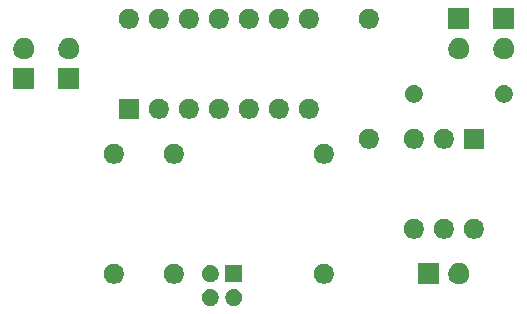
<source format=gbr>
G04 #@! TF.GenerationSoftware,KiCad,Pcbnew,(5.1.5)-3*
G04 #@! TF.CreationDate,2020-04-21T00:00:34+02:00*
G04 #@! TF.ProjectId,Multiplex,4d756c74-6970-46c6-9578-2e6b69636164,rev?*
G04 #@! TF.SameCoordinates,Original*
G04 #@! TF.FileFunction,Soldermask,Bot*
G04 #@! TF.FilePolarity,Negative*
%FSLAX46Y46*%
G04 Gerber Fmt 4.6, Leading zero omitted, Abs format (unit mm)*
G04 Created by KiCad (PCBNEW (5.1.5)-3) date 2020-04-21 00:00:34*
%MOMM*%
%LPD*%
G04 APERTURE LIST*
%ADD10C,0.100000*%
G04 APERTURE END LIST*
D10*
G36*
X158961766Y-121951899D02*
G01*
X159093888Y-122006626D01*
X159093890Y-122006627D01*
X159212798Y-122086079D01*
X159313921Y-122187202D01*
X159313922Y-122187204D01*
X159393374Y-122306112D01*
X159448101Y-122438234D01*
X159476000Y-122578494D01*
X159476000Y-122721506D01*
X159448101Y-122861766D01*
X159393374Y-122993888D01*
X159393373Y-122993890D01*
X159313921Y-123112798D01*
X159212798Y-123213921D01*
X159093890Y-123293373D01*
X159093889Y-123293374D01*
X159093888Y-123293374D01*
X158961766Y-123348101D01*
X158821506Y-123376000D01*
X158678494Y-123376000D01*
X158538234Y-123348101D01*
X158406112Y-123293374D01*
X158406111Y-123293374D01*
X158406110Y-123293373D01*
X158287202Y-123213921D01*
X158186079Y-123112798D01*
X158106627Y-122993890D01*
X158106626Y-122993888D01*
X158051899Y-122861766D01*
X158024000Y-122721506D01*
X158024000Y-122578494D01*
X158051899Y-122438234D01*
X158106626Y-122306112D01*
X158186078Y-122187204D01*
X158186079Y-122187202D01*
X158287202Y-122086079D01*
X158406110Y-122006627D01*
X158406112Y-122006626D01*
X158538234Y-121951899D01*
X158678494Y-121924000D01*
X158821506Y-121924000D01*
X158961766Y-121951899D01*
G37*
G36*
X156961766Y-121951899D02*
G01*
X157093888Y-122006626D01*
X157093890Y-122006627D01*
X157212798Y-122086079D01*
X157313921Y-122187202D01*
X157313922Y-122187204D01*
X157393374Y-122306112D01*
X157448101Y-122438234D01*
X157476000Y-122578494D01*
X157476000Y-122721506D01*
X157448101Y-122861766D01*
X157393374Y-122993888D01*
X157393373Y-122993890D01*
X157313921Y-123112798D01*
X157212798Y-123213921D01*
X157093890Y-123293373D01*
X157093889Y-123293374D01*
X157093888Y-123293374D01*
X156961766Y-123348101D01*
X156821506Y-123376000D01*
X156678494Y-123376000D01*
X156538234Y-123348101D01*
X156406112Y-123293374D01*
X156406111Y-123293374D01*
X156406110Y-123293373D01*
X156287202Y-123213921D01*
X156186079Y-123112798D01*
X156106627Y-122993890D01*
X156106626Y-122993888D01*
X156051899Y-122861766D01*
X156024000Y-122721506D01*
X156024000Y-122578494D01*
X156051899Y-122438234D01*
X156106626Y-122306112D01*
X156186078Y-122187204D01*
X156186079Y-122187202D01*
X156287202Y-122086079D01*
X156406110Y-122006627D01*
X156406112Y-122006626D01*
X156538234Y-121951899D01*
X156678494Y-121924000D01*
X156821506Y-121924000D01*
X156961766Y-121951899D01*
G37*
G36*
X176161000Y-121551000D02*
G01*
X174359000Y-121551000D01*
X174359000Y-119749000D01*
X176161000Y-119749000D01*
X176161000Y-121551000D01*
G37*
G36*
X177913512Y-119753927D02*
G01*
X178062812Y-119783624D01*
X178226784Y-119851544D01*
X178374354Y-119950147D01*
X178499853Y-120075646D01*
X178598456Y-120223216D01*
X178666376Y-120387188D01*
X178701000Y-120561259D01*
X178701000Y-120738741D01*
X178666376Y-120912812D01*
X178598456Y-121076784D01*
X178499853Y-121224354D01*
X178374354Y-121349853D01*
X178226784Y-121448456D01*
X178062812Y-121516376D01*
X177913512Y-121546073D01*
X177888742Y-121551000D01*
X177711258Y-121551000D01*
X177686488Y-121546073D01*
X177537188Y-121516376D01*
X177373216Y-121448456D01*
X177225646Y-121349853D01*
X177100147Y-121224354D01*
X177001544Y-121076784D01*
X176933624Y-120912812D01*
X176899000Y-120738741D01*
X176899000Y-120561259D01*
X176933624Y-120387188D01*
X177001544Y-120223216D01*
X177100147Y-120075646D01*
X177225646Y-119950147D01*
X177373216Y-119851544D01*
X177537188Y-119783624D01*
X177686488Y-119753927D01*
X177711258Y-119749000D01*
X177888742Y-119749000D01*
X177913512Y-119753927D01*
G37*
G36*
X166618228Y-119831703D02*
G01*
X166773100Y-119895853D01*
X166912481Y-119988985D01*
X167031015Y-120107519D01*
X167124147Y-120246900D01*
X167188297Y-120401772D01*
X167221000Y-120566184D01*
X167221000Y-120733816D01*
X167188297Y-120898228D01*
X167124147Y-121053100D01*
X167031015Y-121192481D01*
X166912481Y-121311015D01*
X166773100Y-121404147D01*
X166618228Y-121468297D01*
X166453816Y-121501000D01*
X166286184Y-121501000D01*
X166121772Y-121468297D01*
X165966900Y-121404147D01*
X165827519Y-121311015D01*
X165708985Y-121192481D01*
X165615853Y-121053100D01*
X165551703Y-120898228D01*
X165519000Y-120733816D01*
X165519000Y-120566184D01*
X165551703Y-120401772D01*
X165615853Y-120246900D01*
X165708985Y-120107519D01*
X165827519Y-119988985D01*
X165966900Y-119895853D01*
X166121772Y-119831703D01*
X166286184Y-119799000D01*
X166453816Y-119799000D01*
X166618228Y-119831703D01*
G37*
G36*
X153918228Y-119831703D02*
G01*
X154073100Y-119895853D01*
X154212481Y-119988985D01*
X154331015Y-120107519D01*
X154424147Y-120246900D01*
X154488297Y-120401772D01*
X154521000Y-120566184D01*
X154521000Y-120733816D01*
X154488297Y-120898228D01*
X154424147Y-121053100D01*
X154331015Y-121192481D01*
X154212481Y-121311015D01*
X154073100Y-121404147D01*
X153918228Y-121468297D01*
X153753816Y-121501000D01*
X153586184Y-121501000D01*
X153421772Y-121468297D01*
X153266900Y-121404147D01*
X153127519Y-121311015D01*
X153008985Y-121192481D01*
X152915853Y-121053100D01*
X152851703Y-120898228D01*
X152819000Y-120733816D01*
X152819000Y-120566184D01*
X152851703Y-120401772D01*
X152915853Y-120246900D01*
X153008985Y-120107519D01*
X153127519Y-119988985D01*
X153266900Y-119895853D01*
X153421772Y-119831703D01*
X153586184Y-119799000D01*
X153753816Y-119799000D01*
X153918228Y-119831703D01*
G37*
G36*
X148838228Y-119831703D02*
G01*
X148993100Y-119895853D01*
X149132481Y-119988985D01*
X149251015Y-120107519D01*
X149344147Y-120246900D01*
X149408297Y-120401772D01*
X149441000Y-120566184D01*
X149441000Y-120733816D01*
X149408297Y-120898228D01*
X149344147Y-121053100D01*
X149251015Y-121192481D01*
X149132481Y-121311015D01*
X148993100Y-121404147D01*
X148838228Y-121468297D01*
X148673816Y-121501000D01*
X148506184Y-121501000D01*
X148341772Y-121468297D01*
X148186900Y-121404147D01*
X148047519Y-121311015D01*
X147928985Y-121192481D01*
X147835853Y-121053100D01*
X147771703Y-120898228D01*
X147739000Y-120733816D01*
X147739000Y-120566184D01*
X147771703Y-120401772D01*
X147835853Y-120246900D01*
X147928985Y-120107519D01*
X148047519Y-119988985D01*
X148186900Y-119895853D01*
X148341772Y-119831703D01*
X148506184Y-119799000D01*
X148673816Y-119799000D01*
X148838228Y-119831703D01*
G37*
G36*
X159476000Y-121376000D02*
G01*
X158024000Y-121376000D01*
X158024000Y-119924000D01*
X159476000Y-119924000D01*
X159476000Y-121376000D01*
G37*
G36*
X156961766Y-119951899D02*
G01*
X157093888Y-120006626D01*
X157093890Y-120006627D01*
X157212798Y-120086079D01*
X157313921Y-120187202D01*
X157393373Y-120306110D01*
X157393374Y-120306112D01*
X157448101Y-120438234D01*
X157476000Y-120578494D01*
X157476000Y-120721506D01*
X157448101Y-120861766D01*
X157393374Y-120993888D01*
X157393373Y-120993890D01*
X157313921Y-121112798D01*
X157212798Y-121213921D01*
X157093890Y-121293373D01*
X157093889Y-121293374D01*
X157093888Y-121293374D01*
X156961766Y-121348101D01*
X156821506Y-121376000D01*
X156678494Y-121376000D01*
X156538234Y-121348101D01*
X156406112Y-121293374D01*
X156406111Y-121293374D01*
X156406110Y-121293373D01*
X156287202Y-121213921D01*
X156186079Y-121112798D01*
X156106627Y-120993890D01*
X156106626Y-120993888D01*
X156051899Y-120861766D01*
X156024000Y-120721506D01*
X156024000Y-120578494D01*
X156051899Y-120438234D01*
X156106626Y-120306112D01*
X156106627Y-120306110D01*
X156186079Y-120187202D01*
X156287202Y-120086079D01*
X156406110Y-120006627D01*
X156406112Y-120006626D01*
X156538234Y-119951899D01*
X156678494Y-119924000D01*
X156821506Y-119924000D01*
X156961766Y-119951899D01*
G37*
G36*
X179318228Y-116021703D02*
G01*
X179473100Y-116085853D01*
X179612481Y-116178985D01*
X179731015Y-116297519D01*
X179824147Y-116436900D01*
X179888297Y-116591772D01*
X179921000Y-116756184D01*
X179921000Y-116923816D01*
X179888297Y-117088228D01*
X179824147Y-117243100D01*
X179731015Y-117382481D01*
X179612481Y-117501015D01*
X179473100Y-117594147D01*
X179318228Y-117658297D01*
X179153816Y-117691000D01*
X178986184Y-117691000D01*
X178821772Y-117658297D01*
X178666900Y-117594147D01*
X178527519Y-117501015D01*
X178408985Y-117382481D01*
X178315853Y-117243100D01*
X178251703Y-117088228D01*
X178219000Y-116923816D01*
X178219000Y-116756184D01*
X178251703Y-116591772D01*
X178315853Y-116436900D01*
X178408985Y-116297519D01*
X178527519Y-116178985D01*
X178666900Y-116085853D01*
X178821772Y-116021703D01*
X178986184Y-115989000D01*
X179153816Y-115989000D01*
X179318228Y-116021703D01*
G37*
G36*
X176778228Y-116021703D02*
G01*
X176933100Y-116085853D01*
X177072481Y-116178985D01*
X177191015Y-116297519D01*
X177284147Y-116436900D01*
X177348297Y-116591772D01*
X177381000Y-116756184D01*
X177381000Y-116923816D01*
X177348297Y-117088228D01*
X177284147Y-117243100D01*
X177191015Y-117382481D01*
X177072481Y-117501015D01*
X176933100Y-117594147D01*
X176778228Y-117658297D01*
X176613816Y-117691000D01*
X176446184Y-117691000D01*
X176281772Y-117658297D01*
X176126900Y-117594147D01*
X175987519Y-117501015D01*
X175868985Y-117382481D01*
X175775853Y-117243100D01*
X175711703Y-117088228D01*
X175679000Y-116923816D01*
X175679000Y-116756184D01*
X175711703Y-116591772D01*
X175775853Y-116436900D01*
X175868985Y-116297519D01*
X175987519Y-116178985D01*
X176126900Y-116085853D01*
X176281772Y-116021703D01*
X176446184Y-115989000D01*
X176613816Y-115989000D01*
X176778228Y-116021703D01*
G37*
G36*
X174238228Y-116021703D02*
G01*
X174393100Y-116085853D01*
X174532481Y-116178985D01*
X174651015Y-116297519D01*
X174744147Y-116436900D01*
X174808297Y-116591772D01*
X174841000Y-116756184D01*
X174841000Y-116923816D01*
X174808297Y-117088228D01*
X174744147Y-117243100D01*
X174651015Y-117382481D01*
X174532481Y-117501015D01*
X174393100Y-117594147D01*
X174238228Y-117658297D01*
X174073816Y-117691000D01*
X173906184Y-117691000D01*
X173741772Y-117658297D01*
X173586900Y-117594147D01*
X173447519Y-117501015D01*
X173328985Y-117382481D01*
X173235853Y-117243100D01*
X173171703Y-117088228D01*
X173139000Y-116923816D01*
X173139000Y-116756184D01*
X173171703Y-116591772D01*
X173235853Y-116436900D01*
X173328985Y-116297519D01*
X173447519Y-116178985D01*
X173586900Y-116085853D01*
X173741772Y-116021703D01*
X173906184Y-115989000D01*
X174073816Y-115989000D01*
X174238228Y-116021703D01*
G37*
G36*
X166618228Y-109671703D02*
G01*
X166773100Y-109735853D01*
X166912481Y-109828985D01*
X167031015Y-109947519D01*
X167124147Y-110086900D01*
X167188297Y-110241772D01*
X167221000Y-110406184D01*
X167221000Y-110573816D01*
X167188297Y-110738228D01*
X167124147Y-110893100D01*
X167031015Y-111032481D01*
X166912481Y-111151015D01*
X166773100Y-111244147D01*
X166618228Y-111308297D01*
X166453816Y-111341000D01*
X166286184Y-111341000D01*
X166121772Y-111308297D01*
X165966900Y-111244147D01*
X165827519Y-111151015D01*
X165708985Y-111032481D01*
X165615853Y-110893100D01*
X165551703Y-110738228D01*
X165519000Y-110573816D01*
X165519000Y-110406184D01*
X165551703Y-110241772D01*
X165615853Y-110086900D01*
X165708985Y-109947519D01*
X165827519Y-109828985D01*
X165966900Y-109735853D01*
X166121772Y-109671703D01*
X166286184Y-109639000D01*
X166453816Y-109639000D01*
X166618228Y-109671703D01*
G37*
G36*
X148838228Y-109671703D02*
G01*
X148993100Y-109735853D01*
X149132481Y-109828985D01*
X149251015Y-109947519D01*
X149344147Y-110086900D01*
X149408297Y-110241772D01*
X149441000Y-110406184D01*
X149441000Y-110573816D01*
X149408297Y-110738228D01*
X149344147Y-110893100D01*
X149251015Y-111032481D01*
X149132481Y-111151015D01*
X148993100Y-111244147D01*
X148838228Y-111308297D01*
X148673816Y-111341000D01*
X148506184Y-111341000D01*
X148341772Y-111308297D01*
X148186900Y-111244147D01*
X148047519Y-111151015D01*
X147928985Y-111032481D01*
X147835853Y-110893100D01*
X147771703Y-110738228D01*
X147739000Y-110573816D01*
X147739000Y-110406184D01*
X147771703Y-110241772D01*
X147835853Y-110086900D01*
X147928985Y-109947519D01*
X148047519Y-109828985D01*
X148186900Y-109735853D01*
X148341772Y-109671703D01*
X148506184Y-109639000D01*
X148673816Y-109639000D01*
X148838228Y-109671703D01*
G37*
G36*
X153918228Y-109671703D02*
G01*
X154073100Y-109735853D01*
X154212481Y-109828985D01*
X154331015Y-109947519D01*
X154424147Y-110086900D01*
X154488297Y-110241772D01*
X154521000Y-110406184D01*
X154521000Y-110573816D01*
X154488297Y-110738228D01*
X154424147Y-110893100D01*
X154331015Y-111032481D01*
X154212481Y-111151015D01*
X154073100Y-111244147D01*
X153918228Y-111308297D01*
X153753816Y-111341000D01*
X153586184Y-111341000D01*
X153421772Y-111308297D01*
X153266900Y-111244147D01*
X153127519Y-111151015D01*
X153008985Y-111032481D01*
X152915853Y-110893100D01*
X152851703Y-110738228D01*
X152819000Y-110573816D01*
X152819000Y-110406184D01*
X152851703Y-110241772D01*
X152915853Y-110086900D01*
X153008985Y-109947519D01*
X153127519Y-109828985D01*
X153266900Y-109735853D01*
X153421772Y-109671703D01*
X153586184Y-109639000D01*
X153753816Y-109639000D01*
X153918228Y-109671703D01*
G37*
G36*
X170428228Y-108401703D02*
G01*
X170583100Y-108465853D01*
X170722481Y-108558985D01*
X170841015Y-108677519D01*
X170934147Y-108816900D01*
X170998297Y-108971772D01*
X171031000Y-109136184D01*
X171031000Y-109303816D01*
X170998297Y-109468228D01*
X170934147Y-109623100D01*
X170841015Y-109762481D01*
X170722481Y-109881015D01*
X170583100Y-109974147D01*
X170428228Y-110038297D01*
X170263816Y-110071000D01*
X170096184Y-110071000D01*
X169931772Y-110038297D01*
X169776900Y-109974147D01*
X169637519Y-109881015D01*
X169518985Y-109762481D01*
X169425853Y-109623100D01*
X169361703Y-109468228D01*
X169329000Y-109303816D01*
X169329000Y-109136184D01*
X169361703Y-108971772D01*
X169425853Y-108816900D01*
X169518985Y-108677519D01*
X169637519Y-108558985D01*
X169776900Y-108465853D01*
X169931772Y-108401703D01*
X170096184Y-108369000D01*
X170263816Y-108369000D01*
X170428228Y-108401703D01*
G37*
G36*
X179921000Y-110071000D02*
G01*
X178219000Y-110071000D01*
X178219000Y-108369000D01*
X179921000Y-108369000D01*
X179921000Y-110071000D01*
G37*
G36*
X176778228Y-108401703D02*
G01*
X176933100Y-108465853D01*
X177072481Y-108558985D01*
X177191015Y-108677519D01*
X177284147Y-108816900D01*
X177348297Y-108971772D01*
X177381000Y-109136184D01*
X177381000Y-109303816D01*
X177348297Y-109468228D01*
X177284147Y-109623100D01*
X177191015Y-109762481D01*
X177072481Y-109881015D01*
X176933100Y-109974147D01*
X176778228Y-110038297D01*
X176613816Y-110071000D01*
X176446184Y-110071000D01*
X176281772Y-110038297D01*
X176126900Y-109974147D01*
X175987519Y-109881015D01*
X175868985Y-109762481D01*
X175775853Y-109623100D01*
X175711703Y-109468228D01*
X175679000Y-109303816D01*
X175679000Y-109136184D01*
X175711703Y-108971772D01*
X175775853Y-108816900D01*
X175868985Y-108677519D01*
X175987519Y-108558985D01*
X176126900Y-108465853D01*
X176281772Y-108401703D01*
X176446184Y-108369000D01*
X176613816Y-108369000D01*
X176778228Y-108401703D01*
G37*
G36*
X174238228Y-108401703D02*
G01*
X174393100Y-108465853D01*
X174532481Y-108558985D01*
X174651015Y-108677519D01*
X174744147Y-108816900D01*
X174808297Y-108971772D01*
X174841000Y-109136184D01*
X174841000Y-109303816D01*
X174808297Y-109468228D01*
X174744147Y-109623100D01*
X174651015Y-109762481D01*
X174532481Y-109881015D01*
X174393100Y-109974147D01*
X174238228Y-110038297D01*
X174073816Y-110071000D01*
X173906184Y-110071000D01*
X173741772Y-110038297D01*
X173586900Y-109974147D01*
X173447519Y-109881015D01*
X173328985Y-109762481D01*
X173235853Y-109623100D01*
X173171703Y-109468228D01*
X173139000Y-109303816D01*
X173139000Y-109136184D01*
X173171703Y-108971772D01*
X173235853Y-108816900D01*
X173328985Y-108677519D01*
X173447519Y-108558985D01*
X173586900Y-108465853D01*
X173741772Y-108401703D01*
X173906184Y-108369000D01*
X174073816Y-108369000D01*
X174238228Y-108401703D01*
G37*
G36*
X165348228Y-105861703D02*
G01*
X165503100Y-105925853D01*
X165642481Y-106018985D01*
X165761015Y-106137519D01*
X165854147Y-106276900D01*
X165918297Y-106431772D01*
X165951000Y-106596184D01*
X165951000Y-106763816D01*
X165918297Y-106928228D01*
X165854147Y-107083100D01*
X165761015Y-107222481D01*
X165642481Y-107341015D01*
X165503100Y-107434147D01*
X165348228Y-107498297D01*
X165183816Y-107531000D01*
X165016184Y-107531000D01*
X164851772Y-107498297D01*
X164696900Y-107434147D01*
X164557519Y-107341015D01*
X164438985Y-107222481D01*
X164345853Y-107083100D01*
X164281703Y-106928228D01*
X164249000Y-106763816D01*
X164249000Y-106596184D01*
X164281703Y-106431772D01*
X164345853Y-106276900D01*
X164438985Y-106137519D01*
X164557519Y-106018985D01*
X164696900Y-105925853D01*
X164851772Y-105861703D01*
X165016184Y-105829000D01*
X165183816Y-105829000D01*
X165348228Y-105861703D01*
G37*
G36*
X162808228Y-105861703D02*
G01*
X162963100Y-105925853D01*
X163102481Y-106018985D01*
X163221015Y-106137519D01*
X163314147Y-106276900D01*
X163378297Y-106431772D01*
X163411000Y-106596184D01*
X163411000Y-106763816D01*
X163378297Y-106928228D01*
X163314147Y-107083100D01*
X163221015Y-107222481D01*
X163102481Y-107341015D01*
X162963100Y-107434147D01*
X162808228Y-107498297D01*
X162643816Y-107531000D01*
X162476184Y-107531000D01*
X162311772Y-107498297D01*
X162156900Y-107434147D01*
X162017519Y-107341015D01*
X161898985Y-107222481D01*
X161805853Y-107083100D01*
X161741703Y-106928228D01*
X161709000Y-106763816D01*
X161709000Y-106596184D01*
X161741703Y-106431772D01*
X161805853Y-106276900D01*
X161898985Y-106137519D01*
X162017519Y-106018985D01*
X162156900Y-105925853D01*
X162311772Y-105861703D01*
X162476184Y-105829000D01*
X162643816Y-105829000D01*
X162808228Y-105861703D01*
G37*
G36*
X160268228Y-105861703D02*
G01*
X160423100Y-105925853D01*
X160562481Y-106018985D01*
X160681015Y-106137519D01*
X160774147Y-106276900D01*
X160838297Y-106431772D01*
X160871000Y-106596184D01*
X160871000Y-106763816D01*
X160838297Y-106928228D01*
X160774147Y-107083100D01*
X160681015Y-107222481D01*
X160562481Y-107341015D01*
X160423100Y-107434147D01*
X160268228Y-107498297D01*
X160103816Y-107531000D01*
X159936184Y-107531000D01*
X159771772Y-107498297D01*
X159616900Y-107434147D01*
X159477519Y-107341015D01*
X159358985Y-107222481D01*
X159265853Y-107083100D01*
X159201703Y-106928228D01*
X159169000Y-106763816D01*
X159169000Y-106596184D01*
X159201703Y-106431772D01*
X159265853Y-106276900D01*
X159358985Y-106137519D01*
X159477519Y-106018985D01*
X159616900Y-105925853D01*
X159771772Y-105861703D01*
X159936184Y-105829000D01*
X160103816Y-105829000D01*
X160268228Y-105861703D01*
G37*
G36*
X157728228Y-105861703D02*
G01*
X157883100Y-105925853D01*
X158022481Y-106018985D01*
X158141015Y-106137519D01*
X158234147Y-106276900D01*
X158298297Y-106431772D01*
X158331000Y-106596184D01*
X158331000Y-106763816D01*
X158298297Y-106928228D01*
X158234147Y-107083100D01*
X158141015Y-107222481D01*
X158022481Y-107341015D01*
X157883100Y-107434147D01*
X157728228Y-107498297D01*
X157563816Y-107531000D01*
X157396184Y-107531000D01*
X157231772Y-107498297D01*
X157076900Y-107434147D01*
X156937519Y-107341015D01*
X156818985Y-107222481D01*
X156725853Y-107083100D01*
X156661703Y-106928228D01*
X156629000Y-106763816D01*
X156629000Y-106596184D01*
X156661703Y-106431772D01*
X156725853Y-106276900D01*
X156818985Y-106137519D01*
X156937519Y-106018985D01*
X157076900Y-105925853D01*
X157231772Y-105861703D01*
X157396184Y-105829000D01*
X157563816Y-105829000D01*
X157728228Y-105861703D01*
G37*
G36*
X152648228Y-105861703D02*
G01*
X152803100Y-105925853D01*
X152942481Y-106018985D01*
X153061015Y-106137519D01*
X153154147Y-106276900D01*
X153218297Y-106431772D01*
X153251000Y-106596184D01*
X153251000Y-106763816D01*
X153218297Y-106928228D01*
X153154147Y-107083100D01*
X153061015Y-107222481D01*
X152942481Y-107341015D01*
X152803100Y-107434147D01*
X152648228Y-107498297D01*
X152483816Y-107531000D01*
X152316184Y-107531000D01*
X152151772Y-107498297D01*
X151996900Y-107434147D01*
X151857519Y-107341015D01*
X151738985Y-107222481D01*
X151645853Y-107083100D01*
X151581703Y-106928228D01*
X151549000Y-106763816D01*
X151549000Y-106596184D01*
X151581703Y-106431772D01*
X151645853Y-106276900D01*
X151738985Y-106137519D01*
X151857519Y-106018985D01*
X151996900Y-105925853D01*
X152151772Y-105861703D01*
X152316184Y-105829000D01*
X152483816Y-105829000D01*
X152648228Y-105861703D01*
G37*
G36*
X155188228Y-105861703D02*
G01*
X155343100Y-105925853D01*
X155482481Y-106018985D01*
X155601015Y-106137519D01*
X155694147Y-106276900D01*
X155758297Y-106431772D01*
X155791000Y-106596184D01*
X155791000Y-106763816D01*
X155758297Y-106928228D01*
X155694147Y-107083100D01*
X155601015Y-107222481D01*
X155482481Y-107341015D01*
X155343100Y-107434147D01*
X155188228Y-107498297D01*
X155023816Y-107531000D01*
X154856184Y-107531000D01*
X154691772Y-107498297D01*
X154536900Y-107434147D01*
X154397519Y-107341015D01*
X154278985Y-107222481D01*
X154185853Y-107083100D01*
X154121703Y-106928228D01*
X154089000Y-106763816D01*
X154089000Y-106596184D01*
X154121703Y-106431772D01*
X154185853Y-106276900D01*
X154278985Y-106137519D01*
X154397519Y-106018985D01*
X154536900Y-105925853D01*
X154691772Y-105861703D01*
X154856184Y-105829000D01*
X155023816Y-105829000D01*
X155188228Y-105861703D01*
G37*
G36*
X150711000Y-107531000D02*
G01*
X149009000Y-107531000D01*
X149009000Y-105829000D01*
X150711000Y-105829000D01*
X150711000Y-107531000D01*
G37*
G36*
X174209059Y-104687860D02*
G01*
X174345732Y-104744472D01*
X174468735Y-104826660D01*
X174573340Y-104931265D01*
X174655528Y-105054268D01*
X174712140Y-105190941D01*
X174741000Y-105336033D01*
X174741000Y-105483967D01*
X174712140Y-105629059D01*
X174655528Y-105765732D01*
X174573340Y-105888735D01*
X174468735Y-105993340D01*
X174345732Y-106075528D01*
X174345731Y-106075529D01*
X174345730Y-106075529D01*
X174209059Y-106132140D01*
X174063968Y-106161000D01*
X173916032Y-106161000D01*
X173770941Y-106132140D01*
X173634270Y-106075529D01*
X173634269Y-106075529D01*
X173634268Y-106075528D01*
X173511265Y-105993340D01*
X173406660Y-105888735D01*
X173324472Y-105765732D01*
X173267860Y-105629059D01*
X173239000Y-105483967D01*
X173239000Y-105336033D01*
X173267860Y-105190941D01*
X173324472Y-105054268D01*
X173406660Y-104931265D01*
X173511265Y-104826660D01*
X173634268Y-104744472D01*
X173770941Y-104687860D01*
X173916032Y-104659000D01*
X174063968Y-104659000D01*
X174209059Y-104687860D01*
G37*
G36*
X181829059Y-104687860D02*
G01*
X181965732Y-104744472D01*
X182088735Y-104826660D01*
X182193340Y-104931265D01*
X182275528Y-105054268D01*
X182332140Y-105190941D01*
X182361000Y-105336033D01*
X182361000Y-105483967D01*
X182332140Y-105629059D01*
X182275528Y-105765732D01*
X182193340Y-105888735D01*
X182088735Y-105993340D01*
X181965732Y-106075528D01*
X181965731Y-106075529D01*
X181965730Y-106075529D01*
X181829059Y-106132140D01*
X181683968Y-106161000D01*
X181536032Y-106161000D01*
X181390941Y-106132140D01*
X181254270Y-106075529D01*
X181254269Y-106075529D01*
X181254268Y-106075528D01*
X181131265Y-105993340D01*
X181026660Y-105888735D01*
X180944472Y-105765732D01*
X180887860Y-105629059D01*
X180859000Y-105483967D01*
X180859000Y-105336033D01*
X180887860Y-105190941D01*
X180944472Y-105054268D01*
X181026660Y-104931265D01*
X181131265Y-104826660D01*
X181254268Y-104744472D01*
X181390941Y-104687860D01*
X181536032Y-104659000D01*
X181683968Y-104659000D01*
X181829059Y-104687860D01*
G37*
G36*
X145681000Y-105041000D02*
G01*
X143879000Y-105041000D01*
X143879000Y-103239000D01*
X145681000Y-103239000D01*
X145681000Y-105041000D01*
G37*
G36*
X141871000Y-105041000D02*
G01*
X140069000Y-105041000D01*
X140069000Y-103239000D01*
X141871000Y-103239000D01*
X141871000Y-105041000D01*
G37*
G36*
X144893512Y-100703927D02*
G01*
X145042812Y-100733624D01*
X145206784Y-100801544D01*
X145354354Y-100900147D01*
X145479853Y-101025646D01*
X145578456Y-101173216D01*
X145646376Y-101337188D01*
X145681000Y-101511259D01*
X145681000Y-101688741D01*
X145646376Y-101862812D01*
X145578456Y-102026784D01*
X145479853Y-102174354D01*
X145354354Y-102299853D01*
X145206784Y-102398456D01*
X145042812Y-102466376D01*
X144893512Y-102496073D01*
X144868742Y-102501000D01*
X144691258Y-102501000D01*
X144666488Y-102496073D01*
X144517188Y-102466376D01*
X144353216Y-102398456D01*
X144205646Y-102299853D01*
X144080147Y-102174354D01*
X143981544Y-102026784D01*
X143913624Y-101862812D01*
X143879000Y-101688741D01*
X143879000Y-101511259D01*
X143913624Y-101337188D01*
X143981544Y-101173216D01*
X144080147Y-101025646D01*
X144205646Y-100900147D01*
X144353216Y-100801544D01*
X144517188Y-100733624D01*
X144666488Y-100703927D01*
X144691258Y-100699000D01*
X144868742Y-100699000D01*
X144893512Y-100703927D01*
G37*
G36*
X141083512Y-100703927D02*
G01*
X141232812Y-100733624D01*
X141396784Y-100801544D01*
X141544354Y-100900147D01*
X141669853Y-101025646D01*
X141768456Y-101173216D01*
X141836376Y-101337188D01*
X141871000Y-101511259D01*
X141871000Y-101688741D01*
X141836376Y-101862812D01*
X141768456Y-102026784D01*
X141669853Y-102174354D01*
X141544354Y-102299853D01*
X141396784Y-102398456D01*
X141232812Y-102466376D01*
X141083512Y-102496073D01*
X141058742Y-102501000D01*
X140881258Y-102501000D01*
X140856488Y-102496073D01*
X140707188Y-102466376D01*
X140543216Y-102398456D01*
X140395646Y-102299853D01*
X140270147Y-102174354D01*
X140171544Y-102026784D01*
X140103624Y-101862812D01*
X140069000Y-101688741D01*
X140069000Y-101511259D01*
X140103624Y-101337188D01*
X140171544Y-101173216D01*
X140270147Y-101025646D01*
X140395646Y-100900147D01*
X140543216Y-100801544D01*
X140707188Y-100733624D01*
X140856488Y-100703927D01*
X140881258Y-100699000D01*
X141058742Y-100699000D01*
X141083512Y-100703927D01*
G37*
G36*
X177913512Y-100703927D02*
G01*
X178062812Y-100733624D01*
X178226784Y-100801544D01*
X178374354Y-100900147D01*
X178499853Y-101025646D01*
X178598456Y-101173216D01*
X178666376Y-101337188D01*
X178701000Y-101511259D01*
X178701000Y-101688741D01*
X178666376Y-101862812D01*
X178598456Y-102026784D01*
X178499853Y-102174354D01*
X178374354Y-102299853D01*
X178226784Y-102398456D01*
X178062812Y-102466376D01*
X177913512Y-102496073D01*
X177888742Y-102501000D01*
X177711258Y-102501000D01*
X177686488Y-102496073D01*
X177537188Y-102466376D01*
X177373216Y-102398456D01*
X177225646Y-102299853D01*
X177100147Y-102174354D01*
X177001544Y-102026784D01*
X176933624Y-101862812D01*
X176899000Y-101688741D01*
X176899000Y-101511259D01*
X176933624Y-101337188D01*
X177001544Y-101173216D01*
X177100147Y-101025646D01*
X177225646Y-100900147D01*
X177373216Y-100801544D01*
X177537188Y-100733624D01*
X177686488Y-100703927D01*
X177711258Y-100699000D01*
X177888742Y-100699000D01*
X177913512Y-100703927D01*
G37*
G36*
X181723512Y-100703927D02*
G01*
X181872812Y-100733624D01*
X182036784Y-100801544D01*
X182184354Y-100900147D01*
X182309853Y-101025646D01*
X182408456Y-101173216D01*
X182476376Y-101337188D01*
X182511000Y-101511259D01*
X182511000Y-101688741D01*
X182476376Y-101862812D01*
X182408456Y-102026784D01*
X182309853Y-102174354D01*
X182184354Y-102299853D01*
X182036784Y-102398456D01*
X181872812Y-102466376D01*
X181723512Y-102496073D01*
X181698742Y-102501000D01*
X181521258Y-102501000D01*
X181496488Y-102496073D01*
X181347188Y-102466376D01*
X181183216Y-102398456D01*
X181035646Y-102299853D01*
X180910147Y-102174354D01*
X180811544Y-102026784D01*
X180743624Y-101862812D01*
X180709000Y-101688741D01*
X180709000Y-101511259D01*
X180743624Y-101337188D01*
X180811544Y-101173216D01*
X180910147Y-101025646D01*
X181035646Y-100900147D01*
X181183216Y-100801544D01*
X181347188Y-100733624D01*
X181496488Y-100703927D01*
X181521258Y-100699000D01*
X181698742Y-100699000D01*
X181723512Y-100703927D01*
G37*
G36*
X178701000Y-99961000D02*
G01*
X176899000Y-99961000D01*
X176899000Y-98159000D01*
X178701000Y-98159000D01*
X178701000Y-99961000D01*
G37*
G36*
X182511000Y-99961000D02*
G01*
X180709000Y-99961000D01*
X180709000Y-98159000D01*
X182511000Y-98159000D01*
X182511000Y-99961000D01*
G37*
G36*
X165348228Y-98241703D02*
G01*
X165503100Y-98305853D01*
X165642481Y-98398985D01*
X165761015Y-98517519D01*
X165854147Y-98656900D01*
X165918297Y-98811772D01*
X165951000Y-98976184D01*
X165951000Y-99143816D01*
X165918297Y-99308228D01*
X165854147Y-99463100D01*
X165761015Y-99602481D01*
X165642481Y-99721015D01*
X165503100Y-99814147D01*
X165348228Y-99878297D01*
X165183816Y-99911000D01*
X165016184Y-99911000D01*
X164851772Y-99878297D01*
X164696900Y-99814147D01*
X164557519Y-99721015D01*
X164438985Y-99602481D01*
X164345853Y-99463100D01*
X164281703Y-99308228D01*
X164249000Y-99143816D01*
X164249000Y-98976184D01*
X164281703Y-98811772D01*
X164345853Y-98656900D01*
X164438985Y-98517519D01*
X164557519Y-98398985D01*
X164696900Y-98305853D01*
X164851772Y-98241703D01*
X165016184Y-98209000D01*
X165183816Y-98209000D01*
X165348228Y-98241703D01*
G37*
G36*
X170428228Y-98241703D02*
G01*
X170583100Y-98305853D01*
X170722481Y-98398985D01*
X170841015Y-98517519D01*
X170934147Y-98656900D01*
X170998297Y-98811772D01*
X171031000Y-98976184D01*
X171031000Y-99143816D01*
X170998297Y-99308228D01*
X170934147Y-99463100D01*
X170841015Y-99602481D01*
X170722481Y-99721015D01*
X170583100Y-99814147D01*
X170428228Y-99878297D01*
X170263816Y-99911000D01*
X170096184Y-99911000D01*
X169931772Y-99878297D01*
X169776900Y-99814147D01*
X169637519Y-99721015D01*
X169518985Y-99602481D01*
X169425853Y-99463100D01*
X169361703Y-99308228D01*
X169329000Y-99143816D01*
X169329000Y-98976184D01*
X169361703Y-98811772D01*
X169425853Y-98656900D01*
X169518985Y-98517519D01*
X169637519Y-98398985D01*
X169776900Y-98305853D01*
X169931772Y-98241703D01*
X170096184Y-98209000D01*
X170263816Y-98209000D01*
X170428228Y-98241703D01*
G37*
G36*
X162808228Y-98241703D02*
G01*
X162963100Y-98305853D01*
X163102481Y-98398985D01*
X163221015Y-98517519D01*
X163314147Y-98656900D01*
X163378297Y-98811772D01*
X163411000Y-98976184D01*
X163411000Y-99143816D01*
X163378297Y-99308228D01*
X163314147Y-99463100D01*
X163221015Y-99602481D01*
X163102481Y-99721015D01*
X162963100Y-99814147D01*
X162808228Y-99878297D01*
X162643816Y-99911000D01*
X162476184Y-99911000D01*
X162311772Y-99878297D01*
X162156900Y-99814147D01*
X162017519Y-99721015D01*
X161898985Y-99602481D01*
X161805853Y-99463100D01*
X161741703Y-99308228D01*
X161709000Y-99143816D01*
X161709000Y-98976184D01*
X161741703Y-98811772D01*
X161805853Y-98656900D01*
X161898985Y-98517519D01*
X162017519Y-98398985D01*
X162156900Y-98305853D01*
X162311772Y-98241703D01*
X162476184Y-98209000D01*
X162643816Y-98209000D01*
X162808228Y-98241703D01*
G37*
G36*
X160268228Y-98241703D02*
G01*
X160423100Y-98305853D01*
X160562481Y-98398985D01*
X160681015Y-98517519D01*
X160774147Y-98656900D01*
X160838297Y-98811772D01*
X160871000Y-98976184D01*
X160871000Y-99143816D01*
X160838297Y-99308228D01*
X160774147Y-99463100D01*
X160681015Y-99602481D01*
X160562481Y-99721015D01*
X160423100Y-99814147D01*
X160268228Y-99878297D01*
X160103816Y-99911000D01*
X159936184Y-99911000D01*
X159771772Y-99878297D01*
X159616900Y-99814147D01*
X159477519Y-99721015D01*
X159358985Y-99602481D01*
X159265853Y-99463100D01*
X159201703Y-99308228D01*
X159169000Y-99143816D01*
X159169000Y-98976184D01*
X159201703Y-98811772D01*
X159265853Y-98656900D01*
X159358985Y-98517519D01*
X159477519Y-98398985D01*
X159616900Y-98305853D01*
X159771772Y-98241703D01*
X159936184Y-98209000D01*
X160103816Y-98209000D01*
X160268228Y-98241703D01*
G37*
G36*
X157728228Y-98241703D02*
G01*
X157883100Y-98305853D01*
X158022481Y-98398985D01*
X158141015Y-98517519D01*
X158234147Y-98656900D01*
X158298297Y-98811772D01*
X158331000Y-98976184D01*
X158331000Y-99143816D01*
X158298297Y-99308228D01*
X158234147Y-99463100D01*
X158141015Y-99602481D01*
X158022481Y-99721015D01*
X157883100Y-99814147D01*
X157728228Y-99878297D01*
X157563816Y-99911000D01*
X157396184Y-99911000D01*
X157231772Y-99878297D01*
X157076900Y-99814147D01*
X156937519Y-99721015D01*
X156818985Y-99602481D01*
X156725853Y-99463100D01*
X156661703Y-99308228D01*
X156629000Y-99143816D01*
X156629000Y-98976184D01*
X156661703Y-98811772D01*
X156725853Y-98656900D01*
X156818985Y-98517519D01*
X156937519Y-98398985D01*
X157076900Y-98305853D01*
X157231772Y-98241703D01*
X157396184Y-98209000D01*
X157563816Y-98209000D01*
X157728228Y-98241703D01*
G37*
G36*
X155188228Y-98241703D02*
G01*
X155343100Y-98305853D01*
X155482481Y-98398985D01*
X155601015Y-98517519D01*
X155694147Y-98656900D01*
X155758297Y-98811772D01*
X155791000Y-98976184D01*
X155791000Y-99143816D01*
X155758297Y-99308228D01*
X155694147Y-99463100D01*
X155601015Y-99602481D01*
X155482481Y-99721015D01*
X155343100Y-99814147D01*
X155188228Y-99878297D01*
X155023816Y-99911000D01*
X154856184Y-99911000D01*
X154691772Y-99878297D01*
X154536900Y-99814147D01*
X154397519Y-99721015D01*
X154278985Y-99602481D01*
X154185853Y-99463100D01*
X154121703Y-99308228D01*
X154089000Y-99143816D01*
X154089000Y-98976184D01*
X154121703Y-98811772D01*
X154185853Y-98656900D01*
X154278985Y-98517519D01*
X154397519Y-98398985D01*
X154536900Y-98305853D01*
X154691772Y-98241703D01*
X154856184Y-98209000D01*
X155023816Y-98209000D01*
X155188228Y-98241703D01*
G37*
G36*
X152648228Y-98241703D02*
G01*
X152803100Y-98305853D01*
X152942481Y-98398985D01*
X153061015Y-98517519D01*
X153154147Y-98656900D01*
X153218297Y-98811772D01*
X153251000Y-98976184D01*
X153251000Y-99143816D01*
X153218297Y-99308228D01*
X153154147Y-99463100D01*
X153061015Y-99602481D01*
X152942481Y-99721015D01*
X152803100Y-99814147D01*
X152648228Y-99878297D01*
X152483816Y-99911000D01*
X152316184Y-99911000D01*
X152151772Y-99878297D01*
X151996900Y-99814147D01*
X151857519Y-99721015D01*
X151738985Y-99602481D01*
X151645853Y-99463100D01*
X151581703Y-99308228D01*
X151549000Y-99143816D01*
X151549000Y-98976184D01*
X151581703Y-98811772D01*
X151645853Y-98656900D01*
X151738985Y-98517519D01*
X151857519Y-98398985D01*
X151996900Y-98305853D01*
X152151772Y-98241703D01*
X152316184Y-98209000D01*
X152483816Y-98209000D01*
X152648228Y-98241703D01*
G37*
G36*
X150108228Y-98241703D02*
G01*
X150263100Y-98305853D01*
X150402481Y-98398985D01*
X150521015Y-98517519D01*
X150614147Y-98656900D01*
X150678297Y-98811772D01*
X150711000Y-98976184D01*
X150711000Y-99143816D01*
X150678297Y-99308228D01*
X150614147Y-99463100D01*
X150521015Y-99602481D01*
X150402481Y-99721015D01*
X150263100Y-99814147D01*
X150108228Y-99878297D01*
X149943816Y-99911000D01*
X149776184Y-99911000D01*
X149611772Y-99878297D01*
X149456900Y-99814147D01*
X149317519Y-99721015D01*
X149198985Y-99602481D01*
X149105853Y-99463100D01*
X149041703Y-99308228D01*
X149009000Y-99143816D01*
X149009000Y-98976184D01*
X149041703Y-98811772D01*
X149105853Y-98656900D01*
X149198985Y-98517519D01*
X149317519Y-98398985D01*
X149456900Y-98305853D01*
X149611772Y-98241703D01*
X149776184Y-98209000D01*
X149943816Y-98209000D01*
X150108228Y-98241703D01*
G37*
M02*

</source>
